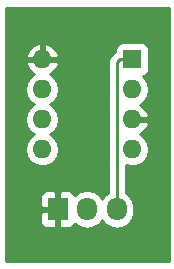
<source format=gbr>
G04 #@! TF.GenerationSoftware,KiCad,Pcbnew,(5.0.0-3-g5ebb6b6)*
G04 #@! TF.CreationDate,2019-02-02T18:51:14+01:00*
G04 #@! TF.ProjectId,tt_opt101_module,74745F6F70743130315F6D6F64756C65,rev?*
G04 #@! TF.SameCoordinates,Original*
G04 #@! TF.FileFunction,Copper,L2,Bot,Signal*
G04 #@! TF.FilePolarity,Positive*
%FSLAX46Y46*%
G04 Gerber Fmt 4.6, Leading zero omitted, Abs format (unit mm)*
G04 Created by KiCad (PCBNEW (5.0.0-3-g5ebb6b6)) date Saturday, 02. February 2019 um 18:51:14*
%MOMM*%
%LPD*%
G01*
G04 APERTURE LIST*
G04 #@! TA.AperFunction,ComponentPad*
%ADD10R,1.700000X1.950000*%
G04 #@! TD*
G04 #@! TA.AperFunction,ComponentPad*
%ADD11O,1.700000X1.950000*%
G04 #@! TD*
G04 #@! TA.AperFunction,ComponentPad*
%ADD12R,1.600000X1.600000*%
G04 #@! TD*
G04 #@! TA.AperFunction,ComponentPad*
%ADD13O,1.600000X1.600000*%
G04 #@! TD*
G04 #@! TA.AperFunction,Conductor*
%ADD14C,0.250000*%
G04 #@! TD*
G04 #@! TA.AperFunction,Conductor*
%ADD15C,0.254000*%
G04 #@! TD*
G04 APERTURE END LIST*
D10*
G04 #@! TO.P,J1,1*
G04 #@! TO.N,GND*
X130850000Y-66040000D03*
D11*
G04 #@! TO.P,J1,2*
G04 #@! TO.N,Net-(J1-Pad2)*
X133350000Y-66040000D03*
G04 #@! TO.P,J1,3*
G04 #@! TO.N,+5V*
X135850000Y-66040000D03*
G04 #@! TD*
D12*
G04 #@! TO.P,O1,1*
G04 #@! TO.N,+5V*
X137150000Y-53340000D03*
D13*
G04 #@! TO.P,O1,5*
G04 #@! TO.N,Net-(J1-Pad2)*
X129530000Y-60960000D03*
G04 #@! TO.P,O1,2*
G04 #@! TO.N,Net-(O1-Pad2)*
X137150000Y-55880000D03*
G04 #@! TO.P,O1,6*
G04 #@! TO.N,Net-(O1-Pad6)*
X129530000Y-58420000D03*
G04 #@! TO.P,O1,3*
G04 #@! TO.N,GND*
X137150000Y-58420000D03*
G04 #@! TO.P,O1,7*
G04 #@! TO.N,Net-(O1-Pad7)*
X129530000Y-55880000D03*
G04 #@! TO.P,O1,4*
G04 #@! TO.N,Net-(O1-Pad4)*
X137150000Y-60960000D03*
G04 #@! TO.P,O1,8*
G04 #@! TO.N,GND*
X129530000Y-53340000D03*
G04 #@! TD*
D14*
G04 #@! TO.N,+5V*
X135850000Y-53590000D02*
X136100000Y-53340000D01*
X136100000Y-53340000D02*
X137150000Y-53340000D01*
X135850000Y-66040000D02*
X135850000Y-53590000D01*
G04 #@! TD*
D15*
G04 #@! TO.N,GND*
G36*
X140260000Y-70410000D02*
X126440000Y-70410000D01*
X126440000Y-66325750D01*
X129365000Y-66325750D01*
X129365000Y-67141310D01*
X129461673Y-67374699D01*
X129640302Y-67553327D01*
X129873691Y-67650000D01*
X130564250Y-67650000D01*
X130723000Y-67491250D01*
X130723000Y-66167000D01*
X129523750Y-66167000D01*
X129365000Y-66325750D01*
X126440000Y-66325750D01*
X126440000Y-64938690D01*
X129365000Y-64938690D01*
X129365000Y-65754250D01*
X129523750Y-65913000D01*
X130723000Y-65913000D01*
X130723000Y-64588750D01*
X130977000Y-64588750D01*
X130977000Y-65913000D01*
X130997000Y-65913000D01*
X130997000Y-66167000D01*
X130977000Y-66167000D01*
X130977000Y-67491250D01*
X131135750Y-67650000D01*
X131826309Y-67650000D01*
X132059698Y-67553327D01*
X132238327Y-67374699D01*
X132292344Y-67244291D01*
X132770583Y-67563839D01*
X133350000Y-67679092D01*
X133929418Y-67563839D01*
X134420625Y-67235625D01*
X134600000Y-66967171D01*
X134779375Y-67235625D01*
X135270583Y-67563839D01*
X135850000Y-67679092D01*
X136429418Y-67563839D01*
X136920625Y-67235625D01*
X137248839Y-66744417D01*
X137335000Y-66311255D01*
X137335000Y-65768744D01*
X137248839Y-65335582D01*
X136920625Y-64844375D01*
X136610000Y-64636822D01*
X136610000Y-62315700D01*
X137008667Y-62395000D01*
X137291333Y-62395000D01*
X137709909Y-62311740D01*
X138184577Y-61994577D01*
X138501740Y-61519909D01*
X138613113Y-60960000D01*
X138501740Y-60400091D01*
X138184577Y-59925423D01*
X137800892Y-59669053D01*
X138005134Y-59572389D01*
X138381041Y-59157423D01*
X138541904Y-58769039D01*
X138419915Y-58547000D01*
X137277000Y-58547000D01*
X137277000Y-58567000D01*
X137023000Y-58567000D01*
X137023000Y-58547000D01*
X137003000Y-58547000D01*
X137003000Y-58293000D01*
X137023000Y-58293000D01*
X137023000Y-58273000D01*
X137277000Y-58273000D01*
X137277000Y-58293000D01*
X138419915Y-58293000D01*
X138541904Y-58070961D01*
X138381041Y-57682577D01*
X138005134Y-57267611D01*
X137800892Y-57170947D01*
X138184577Y-56914577D01*
X138501740Y-56439909D01*
X138613113Y-55880000D01*
X138501740Y-55320091D01*
X138184577Y-54845423D01*
X138063894Y-54764785D01*
X138197765Y-54738157D01*
X138407809Y-54597809D01*
X138548157Y-54387765D01*
X138597440Y-54140000D01*
X138597440Y-52540000D01*
X138548157Y-52292235D01*
X138407809Y-52082191D01*
X138197765Y-51941843D01*
X137950000Y-51892560D01*
X136350000Y-51892560D01*
X136102235Y-51941843D01*
X135892191Y-52082191D01*
X135751843Y-52292235D01*
X135702560Y-52540000D01*
X135702560Y-52691517D01*
X135552071Y-52792071D01*
X135509670Y-52855528D01*
X135365527Y-52999672D01*
X135302072Y-53042071D01*
X135259672Y-53105527D01*
X135259671Y-53105528D01*
X135134097Y-53293463D01*
X135075112Y-53590000D01*
X135090001Y-53664852D01*
X135090000Y-64636822D01*
X134779375Y-64844375D01*
X134600000Y-65112829D01*
X134420625Y-64844375D01*
X133929417Y-64516161D01*
X133350000Y-64400908D01*
X132770582Y-64516161D01*
X132292344Y-64835709D01*
X132238327Y-64705301D01*
X132059698Y-64526673D01*
X131826309Y-64430000D01*
X131135750Y-64430000D01*
X130977000Y-64588750D01*
X130723000Y-64588750D01*
X130564250Y-64430000D01*
X129873691Y-64430000D01*
X129640302Y-64526673D01*
X129461673Y-64705301D01*
X129365000Y-64938690D01*
X126440000Y-64938690D01*
X126440000Y-55880000D01*
X128066887Y-55880000D01*
X128178260Y-56439909D01*
X128495423Y-56914577D01*
X128847758Y-57150000D01*
X128495423Y-57385423D01*
X128178260Y-57860091D01*
X128066887Y-58420000D01*
X128178260Y-58979909D01*
X128495423Y-59454577D01*
X128847758Y-59690000D01*
X128495423Y-59925423D01*
X128178260Y-60400091D01*
X128066887Y-60960000D01*
X128178260Y-61519909D01*
X128495423Y-61994577D01*
X128970091Y-62311740D01*
X129388667Y-62395000D01*
X129671333Y-62395000D01*
X130089909Y-62311740D01*
X130564577Y-61994577D01*
X130881740Y-61519909D01*
X130993113Y-60960000D01*
X130881740Y-60400091D01*
X130564577Y-59925423D01*
X130212242Y-59690000D01*
X130564577Y-59454577D01*
X130881740Y-58979909D01*
X130993113Y-58420000D01*
X130881740Y-57860091D01*
X130564577Y-57385423D01*
X130212242Y-57150000D01*
X130564577Y-56914577D01*
X130881740Y-56439909D01*
X130993113Y-55880000D01*
X130881740Y-55320091D01*
X130564577Y-54845423D01*
X130180892Y-54589053D01*
X130385134Y-54492389D01*
X130761041Y-54077423D01*
X130921904Y-53689039D01*
X130799915Y-53467000D01*
X129657000Y-53467000D01*
X129657000Y-53487000D01*
X129403000Y-53487000D01*
X129403000Y-53467000D01*
X128260085Y-53467000D01*
X128138096Y-53689039D01*
X128298959Y-54077423D01*
X128674866Y-54492389D01*
X128879108Y-54589053D01*
X128495423Y-54845423D01*
X128178260Y-55320091D01*
X128066887Y-55880000D01*
X126440000Y-55880000D01*
X126440000Y-52990961D01*
X128138096Y-52990961D01*
X128260085Y-53213000D01*
X129403000Y-53213000D01*
X129403000Y-52069371D01*
X129657000Y-52069371D01*
X129657000Y-53213000D01*
X130799915Y-53213000D01*
X130921904Y-52990961D01*
X130761041Y-52602577D01*
X130385134Y-52187611D01*
X129879041Y-51948086D01*
X129657000Y-52069371D01*
X129403000Y-52069371D01*
X129180959Y-51948086D01*
X128674866Y-52187611D01*
X128298959Y-52602577D01*
X128138096Y-52990961D01*
X126440000Y-52990961D01*
X126440000Y-48970000D01*
X140260001Y-48970000D01*
X140260000Y-70410000D01*
X140260000Y-70410000D01*
G37*
X140260000Y-70410000D02*
X126440000Y-70410000D01*
X126440000Y-66325750D01*
X129365000Y-66325750D01*
X129365000Y-67141310D01*
X129461673Y-67374699D01*
X129640302Y-67553327D01*
X129873691Y-67650000D01*
X130564250Y-67650000D01*
X130723000Y-67491250D01*
X130723000Y-66167000D01*
X129523750Y-66167000D01*
X129365000Y-66325750D01*
X126440000Y-66325750D01*
X126440000Y-64938690D01*
X129365000Y-64938690D01*
X129365000Y-65754250D01*
X129523750Y-65913000D01*
X130723000Y-65913000D01*
X130723000Y-64588750D01*
X130977000Y-64588750D01*
X130977000Y-65913000D01*
X130997000Y-65913000D01*
X130997000Y-66167000D01*
X130977000Y-66167000D01*
X130977000Y-67491250D01*
X131135750Y-67650000D01*
X131826309Y-67650000D01*
X132059698Y-67553327D01*
X132238327Y-67374699D01*
X132292344Y-67244291D01*
X132770583Y-67563839D01*
X133350000Y-67679092D01*
X133929418Y-67563839D01*
X134420625Y-67235625D01*
X134600000Y-66967171D01*
X134779375Y-67235625D01*
X135270583Y-67563839D01*
X135850000Y-67679092D01*
X136429418Y-67563839D01*
X136920625Y-67235625D01*
X137248839Y-66744417D01*
X137335000Y-66311255D01*
X137335000Y-65768744D01*
X137248839Y-65335582D01*
X136920625Y-64844375D01*
X136610000Y-64636822D01*
X136610000Y-62315700D01*
X137008667Y-62395000D01*
X137291333Y-62395000D01*
X137709909Y-62311740D01*
X138184577Y-61994577D01*
X138501740Y-61519909D01*
X138613113Y-60960000D01*
X138501740Y-60400091D01*
X138184577Y-59925423D01*
X137800892Y-59669053D01*
X138005134Y-59572389D01*
X138381041Y-59157423D01*
X138541904Y-58769039D01*
X138419915Y-58547000D01*
X137277000Y-58547000D01*
X137277000Y-58567000D01*
X137023000Y-58567000D01*
X137023000Y-58547000D01*
X137003000Y-58547000D01*
X137003000Y-58293000D01*
X137023000Y-58293000D01*
X137023000Y-58273000D01*
X137277000Y-58273000D01*
X137277000Y-58293000D01*
X138419915Y-58293000D01*
X138541904Y-58070961D01*
X138381041Y-57682577D01*
X138005134Y-57267611D01*
X137800892Y-57170947D01*
X138184577Y-56914577D01*
X138501740Y-56439909D01*
X138613113Y-55880000D01*
X138501740Y-55320091D01*
X138184577Y-54845423D01*
X138063894Y-54764785D01*
X138197765Y-54738157D01*
X138407809Y-54597809D01*
X138548157Y-54387765D01*
X138597440Y-54140000D01*
X138597440Y-52540000D01*
X138548157Y-52292235D01*
X138407809Y-52082191D01*
X138197765Y-51941843D01*
X137950000Y-51892560D01*
X136350000Y-51892560D01*
X136102235Y-51941843D01*
X135892191Y-52082191D01*
X135751843Y-52292235D01*
X135702560Y-52540000D01*
X135702560Y-52691517D01*
X135552071Y-52792071D01*
X135509670Y-52855528D01*
X135365527Y-52999672D01*
X135302072Y-53042071D01*
X135259672Y-53105527D01*
X135259671Y-53105528D01*
X135134097Y-53293463D01*
X135075112Y-53590000D01*
X135090001Y-53664852D01*
X135090000Y-64636822D01*
X134779375Y-64844375D01*
X134600000Y-65112829D01*
X134420625Y-64844375D01*
X133929417Y-64516161D01*
X133350000Y-64400908D01*
X132770582Y-64516161D01*
X132292344Y-64835709D01*
X132238327Y-64705301D01*
X132059698Y-64526673D01*
X131826309Y-64430000D01*
X131135750Y-64430000D01*
X130977000Y-64588750D01*
X130723000Y-64588750D01*
X130564250Y-64430000D01*
X129873691Y-64430000D01*
X129640302Y-64526673D01*
X129461673Y-64705301D01*
X129365000Y-64938690D01*
X126440000Y-64938690D01*
X126440000Y-55880000D01*
X128066887Y-55880000D01*
X128178260Y-56439909D01*
X128495423Y-56914577D01*
X128847758Y-57150000D01*
X128495423Y-57385423D01*
X128178260Y-57860091D01*
X128066887Y-58420000D01*
X128178260Y-58979909D01*
X128495423Y-59454577D01*
X128847758Y-59690000D01*
X128495423Y-59925423D01*
X128178260Y-60400091D01*
X128066887Y-60960000D01*
X128178260Y-61519909D01*
X128495423Y-61994577D01*
X128970091Y-62311740D01*
X129388667Y-62395000D01*
X129671333Y-62395000D01*
X130089909Y-62311740D01*
X130564577Y-61994577D01*
X130881740Y-61519909D01*
X130993113Y-60960000D01*
X130881740Y-60400091D01*
X130564577Y-59925423D01*
X130212242Y-59690000D01*
X130564577Y-59454577D01*
X130881740Y-58979909D01*
X130993113Y-58420000D01*
X130881740Y-57860091D01*
X130564577Y-57385423D01*
X130212242Y-57150000D01*
X130564577Y-56914577D01*
X130881740Y-56439909D01*
X130993113Y-55880000D01*
X130881740Y-55320091D01*
X130564577Y-54845423D01*
X130180892Y-54589053D01*
X130385134Y-54492389D01*
X130761041Y-54077423D01*
X130921904Y-53689039D01*
X130799915Y-53467000D01*
X129657000Y-53467000D01*
X129657000Y-53487000D01*
X129403000Y-53487000D01*
X129403000Y-53467000D01*
X128260085Y-53467000D01*
X128138096Y-53689039D01*
X128298959Y-54077423D01*
X128674866Y-54492389D01*
X128879108Y-54589053D01*
X128495423Y-54845423D01*
X128178260Y-55320091D01*
X128066887Y-55880000D01*
X126440000Y-55880000D01*
X126440000Y-52990961D01*
X128138096Y-52990961D01*
X128260085Y-53213000D01*
X129403000Y-53213000D01*
X129403000Y-52069371D01*
X129657000Y-52069371D01*
X129657000Y-53213000D01*
X130799915Y-53213000D01*
X130921904Y-52990961D01*
X130761041Y-52602577D01*
X130385134Y-52187611D01*
X129879041Y-51948086D01*
X129657000Y-52069371D01*
X129403000Y-52069371D01*
X129180959Y-51948086D01*
X128674866Y-52187611D01*
X128298959Y-52602577D01*
X128138096Y-52990961D01*
X126440000Y-52990961D01*
X126440000Y-48970000D01*
X140260001Y-48970000D01*
X140260000Y-70410000D01*
G04 #@! TD*
M02*

</source>
